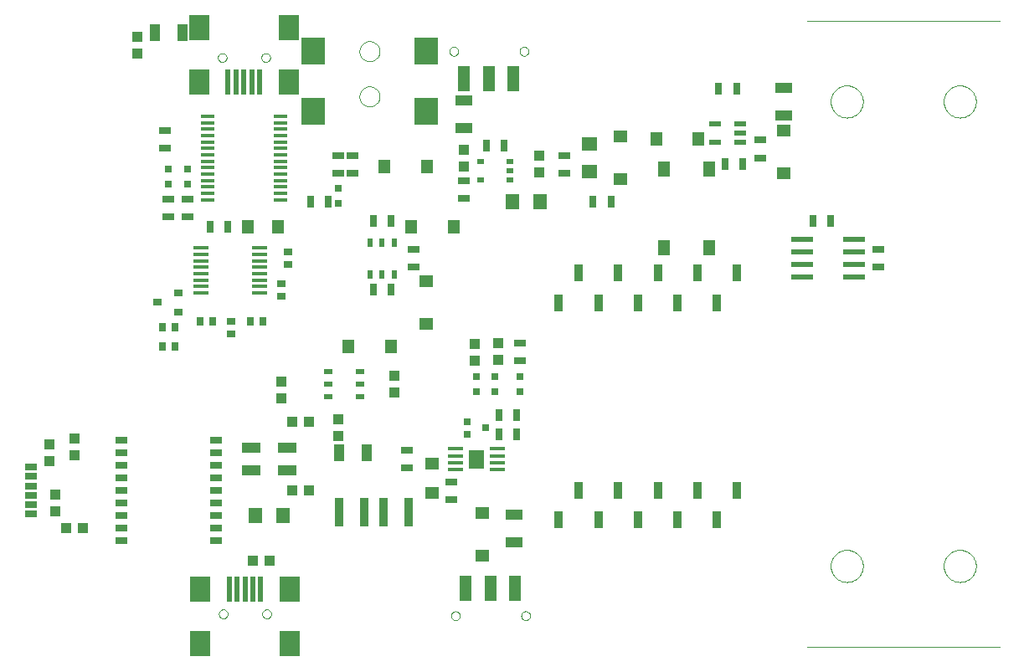
<source format=gtp>
G75*
G70*
%OFA0B0*%
%FSLAX24Y24*%
%IPPOS*%
%LPD*%
%AMOC8*
5,1,8,0,0,1.08239X$1,22.5*
%
%ADD10R,0.0945X0.1102*%
%ADD11C,0.0000*%
%ADD12R,0.0500X0.0579*%
%ADD13R,0.0551X0.0630*%
%ADD14R,0.0630X0.0551*%
%ADD15R,0.0472X0.0315*%
%ADD16R,0.0315X0.0472*%
%ADD17R,0.0709X0.0394*%
%ADD18R,0.0197X0.0984*%
%ADD19R,0.0787X0.0984*%
%ADD20R,0.0394X0.0433*%
%ADD21R,0.0394X0.0709*%
%ADD22R,0.0579X0.0500*%
%ADD23R,0.0374X0.0236*%
%ADD24R,0.0354X0.1181*%
%ADD25R,0.0433X0.0394*%
%ADD26R,0.0472X0.0984*%
%ADD27R,0.0354X0.0276*%
%ADD28R,0.0276X0.0354*%
%ADD29R,0.0256X0.0197*%
%ADD30R,0.0630X0.0157*%
%ADD31R,0.0618X0.0744*%
%ADD32R,0.0551X0.0472*%
%ADD33R,0.0276X0.0276*%
%ADD34R,0.0236X0.0374*%
%ADD35R,0.0335X0.0669*%
%ADD36R,0.0550X0.0137*%
%ADD37R,0.0512X0.0610*%
%ADD38R,0.0315X0.0315*%
%ADD39R,0.0870X0.0240*%
%ADD40R,0.0472X0.0551*%
%ADD41R,0.0472X0.0217*%
%ADD42C,0.0004*%
%ADD43R,0.0450X0.0300*%
%ADD44R,0.0500X0.0252*%
%ADD45R,0.0748X0.0433*%
%ADD46R,0.0354X0.0315*%
D10*
X014686Y039848D03*
X014686Y042250D03*
X019174Y042250D03*
X019174Y039848D03*
D11*
X020105Y042250D02*
X020107Y042276D01*
X020113Y042302D01*
X020123Y042327D01*
X020136Y042350D01*
X020152Y042370D01*
X020172Y042388D01*
X020194Y042403D01*
X020217Y042415D01*
X020243Y042423D01*
X020269Y042427D01*
X020295Y042427D01*
X020321Y042423D01*
X020347Y042415D01*
X020371Y042403D01*
X020392Y042388D01*
X020412Y042370D01*
X020428Y042350D01*
X020441Y042327D01*
X020451Y042302D01*
X020457Y042276D01*
X020459Y042250D01*
X020457Y042224D01*
X020451Y042198D01*
X020441Y042173D01*
X020428Y042150D01*
X020412Y042130D01*
X020392Y042112D01*
X020370Y042097D01*
X020347Y042085D01*
X020321Y042077D01*
X020295Y042073D01*
X020269Y042073D01*
X020243Y042077D01*
X020217Y042085D01*
X020193Y042097D01*
X020172Y042112D01*
X020152Y042130D01*
X020136Y042150D01*
X020123Y042173D01*
X020113Y042198D01*
X020107Y042224D01*
X020105Y042250D01*
X022901Y042250D02*
X022903Y042276D01*
X022909Y042302D01*
X022919Y042327D01*
X022932Y042350D01*
X022948Y042370D01*
X022968Y042388D01*
X022990Y042403D01*
X023013Y042415D01*
X023039Y042423D01*
X023065Y042427D01*
X023091Y042427D01*
X023117Y042423D01*
X023143Y042415D01*
X023167Y042403D01*
X023188Y042388D01*
X023208Y042370D01*
X023224Y042350D01*
X023237Y042327D01*
X023247Y042302D01*
X023253Y042276D01*
X023255Y042250D01*
X023253Y042224D01*
X023247Y042198D01*
X023237Y042173D01*
X023224Y042150D01*
X023208Y042130D01*
X023188Y042112D01*
X023166Y042097D01*
X023143Y042085D01*
X023117Y042077D01*
X023091Y042073D01*
X023065Y042073D01*
X023039Y042077D01*
X023013Y042085D01*
X022989Y042097D01*
X022968Y042112D01*
X022948Y042130D01*
X022932Y042150D01*
X022919Y042173D01*
X022909Y042198D01*
X022903Y042224D01*
X022901Y042250D01*
X016530Y042250D02*
X016532Y042290D01*
X016538Y042329D01*
X016548Y042368D01*
X016561Y042405D01*
X016579Y042441D01*
X016600Y042475D01*
X016624Y042507D01*
X016651Y042536D01*
X016681Y042563D01*
X016713Y042586D01*
X016748Y042606D01*
X016784Y042622D01*
X016822Y042635D01*
X016861Y042644D01*
X016900Y042649D01*
X016940Y042650D01*
X016980Y042647D01*
X017019Y042640D01*
X017057Y042629D01*
X017095Y042615D01*
X017130Y042596D01*
X017163Y042575D01*
X017195Y042550D01*
X017223Y042522D01*
X017249Y042492D01*
X017271Y042459D01*
X017290Y042424D01*
X017306Y042387D01*
X017318Y042349D01*
X017326Y042310D01*
X017330Y042270D01*
X017330Y042230D01*
X017326Y042190D01*
X017318Y042151D01*
X017306Y042113D01*
X017290Y042076D01*
X017271Y042041D01*
X017249Y042008D01*
X017223Y041978D01*
X017195Y041950D01*
X017163Y041925D01*
X017130Y041904D01*
X017095Y041885D01*
X017057Y041871D01*
X017019Y041860D01*
X016980Y041853D01*
X016940Y041850D01*
X016900Y041851D01*
X016861Y041856D01*
X016822Y041865D01*
X016784Y041878D01*
X016748Y041894D01*
X016713Y041914D01*
X016681Y041937D01*
X016651Y041964D01*
X016624Y041993D01*
X016600Y042025D01*
X016579Y042059D01*
X016561Y042095D01*
X016548Y042132D01*
X016538Y042171D01*
X016532Y042210D01*
X016530Y042250D01*
X016530Y040450D02*
X016532Y040490D01*
X016538Y040529D01*
X016548Y040568D01*
X016561Y040605D01*
X016579Y040641D01*
X016600Y040675D01*
X016624Y040707D01*
X016651Y040736D01*
X016681Y040763D01*
X016713Y040786D01*
X016748Y040806D01*
X016784Y040822D01*
X016822Y040835D01*
X016861Y040844D01*
X016900Y040849D01*
X016940Y040850D01*
X016980Y040847D01*
X017019Y040840D01*
X017057Y040829D01*
X017095Y040815D01*
X017130Y040796D01*
X017163Y040775D01*
X017195Y040750D01*
X017223Y040722D01*
X017249Y040692D01*
X017271Y040659D01*
X017290Y040624D01*
X017306Y040587D01*
X017318Y040549D01*
X017326Y040510D01*
X017330Y040470D01*
X017330Y040430D01*
X017326Y040390D01*
X017318Y040351D01*
X017306Y040313D01*
X017290Y040276D01*
X017271Y040241D01*
X017249Y040208D01*
X017223Y040178D01*
X017195Y040150D01*
X017163Y040125D01*
X017130Y040104D01*
X017095Y040085D01*
X017057Y040071D01*
X017019Y040060D01*
X016980Y040053D01*
X016940Y040050D01*
X016900Y040051D01*
X016861Y040056D01*
X016822Y040065D01*
X016784Y040078D01*
X016748Y040094D01*
X016713Y040114D01*
X016681Y040137D01*
X016651Y040164D01*
X016624Y040193D01*
X016600Y040225D01*
X016579Y040259D01*
X016561Y040295D01*
X016548Y040332D01*
X016538Y040371D01*
X016532Y040410D01*
X016530Y040450D01*
X012619Y042000D02*
X012621Y042026D01*
X012627Y042052D01*
X012637Y042077D01*
X012650Y042100D01*
X012666Y042120D01*
X012686Y042138D01*
X012708Y042153D01*
X012731Y042165D01*
X012757Y042173D01*
X012783Y042177D01*
X012809Y042177D01*
X012835Y042173D01*
X012861Y042165D01*
X012885Y042153D01*
X012906Y042138D01*
X012926Y042120D01*
X012942Y042100D01*
X012955Y042077D01*
X012965Y042052D01*
X012971Y042026D01*
X012973Y042000D01*
X012971Y041974D01*
X012965Y041948D01*
X012955Y041923D01*
X012942Y041900D01*
X012926Y041880D01*
X012906Y041862D01*
X012884Y041847D01*
X012861Y041835D01*
X012835Y041827D01*
X012809Y041823D01*
X012783Y041823D01*
X012757Y041827D01*
X012731Y041835D01*
X012707Y041847D01*
X012686Y041862D01*
X012666Y041880D01*
X012650Y041900D01*
X012637Y041923D01*
X012627Y041948D01*
X012621Y041974D01*
X012619Y042000D01*
X010887Y042000D02*
X010889Y042026D01*
X010895Y042052D01*
X010905Y042077D01*
X010918Y042100D01*
X010934Y042120D01*
X010954Y042138D01*
X010976Y042153D01*
X010999Y042165D01*
X011025Y042173D01*
X011051Y042177D01*
X011077Y042177D01*
X011103Y042173D01*
X011129Y042165D01*
X011153Y042153D01*
X011174Y042138D01*
X011194Y042120D01*
X011210Y042100D01*
X011223Y042077D01*
X011233Y042052D01*
X011239Y042026D01*
X011241Y042000D01*
X011239Y041974D01*
X011233Y041948D01*
X011223Y041923D01*
X011210Y041900D01*
X011194Y041880D01*
X011174Y041862D01*
X011152Y041847D01*
X011129Y041835D01*
X011103Y041827D01*
X011077Y041823D01*
X011051Y041823D01*
X011025Y041827D01*
X010999Y041835D01*
X010975Y041847D01*
X010954Y041862D01*
X010934Y041880D01*
X010918Y041900D01*
X010905Y041923D01*
X010895Y041948D01*
X010889Y041974D01*
X010887Y042000D01*
X010926Y019839D02*
X010928Y019865D01*
X010934Y019891D01*
X010944Y019916D01*
X010957Y019939D01*
X010973Y019959D01*
X010993Y019977D01*
X011015Y019992D01*
X011038Y020004D01*
X011064Y020012D01*
X011090Y020016D01*
X011116Y020016D01*
X011142Y020012D01*
X011168Y020004D01*
X011192Y019992D01*
X011213Y019977D01*
X011233Y019959D01*
X011249Y019939D01*
X011262Y019916D01*
X011272Y019891D01*
X011278Y019865D01*
X011280Y019839D01*
X011278Y019813D01*
X011272Y019787D01*
X011262Y019762D01*
X011249Y019739D01*
X011233Y019719D01*
X011213Y019701D01*
X011191Y019686D01*
X011168Y019674D01*
X011142Y019666D01*
X011116Y019662D01*
X011090Y019662D01*
X011064Y019666D01*
X011038Y019674D01*
X011014Y019686D01*
X010993Y019701D01*
X010973Y019719D01*
X010957Y019739D01*
X010944Y019762D01*
X010934Y019787D01*
X010928Y019813D01*
X010926Y019839D01*
X012659Y019839D02*
X012661Y019865D01*
X012667Y019891D01*
X012677Y019916D01*
X012690Y019939D01*
X012706Y019959D01*
X012726Y019977D01*
X012748Y019992D01*
X012771Y020004D01*
X012797Y020012D01*
X012823Y020016D01*
X012849Y020016D01*
X012875Y020012D01*
X012901Y020004D01*
X012925Y019992D01*
X012946Y019977D01*
X012966Y019959D01*
X012982Y019939D01*
X012995Y019916D01*
X013005Y019891D01*
X013011Y019865D01*
X013013Y019839D01*
X013011Y019813D01*
X013005Y019787D01*
X012995Y019762D01*
X012982Y019739D01*
X012966Y019719D01*
X012946Y019701D01*
X012924Y019686D01*
X012901Y019674D01*
X012875Y019666D01*
X012849Y019662D01*
X012823Y019662D01*
X012797Y019666D01*
X012771Y019674D01*
X012747Y019686D01*
X012726Y019701D01*
X012706Y019719D01*
X012690Y019739D01*
X012677Y019762D01*
X012667Y019787D01*
X012661Y019813D01*
X012659Y019839D01*
X020170Y019770D02*
X020172Y019796D01*
X020178Y019822D01*
X020188Y019847D01*
X020201Y019870D01*
X020217Y019890D01*
X020237Y019908D01*
X020259Y019923D01*
X020282Y019935D01*
X020308Y019943D01*
X020334Y019947D01*
X020360Y019947D01*
X020386Y019943D01*
X020412Y019935D01*
X020436Y019923D01*
X020457Y019908D01*
X020477Y019890D01*
X020493Y019870D01*
X020506Y019847D01*
X020516Y019822D01*
X020522Y019796D01*
X020524Y019770D01*
X020522Y019744D01*
X020516Y019718D01*
X020506Y019693D01*
X020493Y019670D01*
X020477Y019650D01*
X020457Y019632D01*
X020435Y019617D01*
X020412Y019605D01*
X020386Y019597D01*
X020360Y019593D01*
X020334Y019593D01*
X020308Y019597D01*
X020282Y019605D01*
X020258Y019617D01*
X020237Y019632D01*
X020217Y019650D01*
X020201Y019670D01*
X020188Y019693D01*
X020178Y019718D01*
X020172Y019744D01*
X020170Y019770D01*
X022966Y019770D02*
X022968Y019796D01*
X022974Y019822D01*
X022984Y019847D01*
X022997Y019870D01*
X023013Y019890D01*
X023033Y019908D01*
X023055Y019923D01*
X023078Y019935D01*
X023104Y019943D01*
X023130Y019947D01*
X023156Y019947D01*
X023182Y019943D01*
X023208Y019935D01*
X023232Y019923D01*
X023253Y019908D01*
X023273Y019890D01*
X023289Y019870D01*
X023302Y019847D01*
X023312Y019822D01*
X023318Y019796D01*
X023320Y019770D01*
X023318Y019744D01*
X023312Y019718D01*
X023302Y019693D01*
X023289Y019670D01*
X023273Y019650D01*
X023253Y019632D01*
X023231Y019617D01*
X023208Y019605D01*
X023182Y019597D01*
X023156Y019593D01*
X023130Y019593D01*
X023104Y019597D01*
X023078Y019605D01*
X023054Y019617D01*
X023033Y019632D01*
X023013Y019650D01*
X022997Y019670D01*
X022984Y019693D01*
X022974Y019718D01*
X022968Y019744D01*
X022966Y019770D01*
X035290Y021750D02*
X035292Y021800D01*
X035298Y021850D01*
X035308Y021899D01*
X035321Y021948D01*
X035339Y021995D01*
X035360Y022041D01*
X035384Y022084D01*
X035412Y022126D01*
X035443Y022166D01*
X035477Y022203D01*
X035514Y022237D01*
X035554Y022268D01*
X035596Y022296D01*
X035639Y022320D01*
X035685Y022341D01*
X035732Y022359D01*
X035781Y022372D01*
X035830Y022382D01*
X035880Y022388D01*
X035930Y022390D01*
X035980Y022388D01*
X036030Y022382D01*
X036079Y022372D01*
X036128Y022359D01*
X036175Y022341D01*
X036221Y022320D01*
X036264Y022296D01*
X036306Y022268D01*
X036346Y022237D01*
X036383Y022203D01*
X036417Y022166D01*
X036448Y022126D01*
X036476Y022084D01*
X036500Y022041D01*
X036521Y021995D01*
X036539Y021948D01*
X036552Y021899D01*
X036562Y021850D01*
X036568Y021800D01*
X036570Y021750D01*
X036568Y021700D01*
X036562Y021650D01*
X036552Y021601D01*
X036539Y021552D01*
X036521Y021505D01*
X036500Y021459D01*
X036476Y021416D01*
X036448Y021374D01*
X036417Y021334D01*
X036383Y021297D01*
X036346Y021263D01*
X036306Y021232D01*
X036264Y021204D01*
X036221Y021180D01*
X036175Y021159D01*
X036128Y021141D01*
X036079Y021128D01*
X036030Y021118D01*
X035980Y021112D01*
X035930Y021110D01*
X035880Y021112D01*
X035830Y021118D01*
X035781Y021128D01*
X035732Y021141D01*
X035685Y021159D01*
X035639Y021180D01*
X035596Y021204D01*
X035554Y021232D01*
X035514Y021263D01*
X035477Y021297D01*
X035443Y021334D01*
X035412Y021374D01*
X035384Y021416D01*
X035360Y021459D01*
X035339Y021505D01*
X035321Y021552D01*
X035308Y021601D01*
X035298Y021650D01*
X035292Y021700D01*
X035290Y021750D01*
X039790Y021750D02*
X039792Y021800D01*
X039798Y021850D01*
X039808Y021899D01*
X039821Y021948D01*
X039839Y021995D01*
X039860Y022041D01*
X039884Y022084D01*
X039912Y022126D01*
X039943Y022166D01*
X039977Y022203D01*
X040014Y022237D01*
X040054Y022268D01*
X040096Y022296D01*
X040139Y022320D01*
X040185Y022341D01*
X040232Y022359D01*
X040281Y022372D01*
X040330Y022382D01*
X040380Y022388D01*
X040430Y022390D01*
X040480Y022388D01*
X040530Y022382D01*
X040579Y022372D01*
X040628Y022359D01*
X040675Y022341D01*
X040721Y022320D01*
X040764Y022296D01*
X040806Y022268D01*
X040846Y022237D01*
X040883Y022203D01*
X040917Y022166D01*
X040948Y022126D01*
X040976Y022084D01*
X041000Y022041D01*
X041021Y021995D01*
X041039Y021948D01*
X041052Y021899D01*
X041062Y021850D01*
X041068Y021800D01*
X041070Y021750D01*
X041068Y021700D01*
X041062Y021650D01*
X041052Y021601D01*
X041039Y021552D01*
X041021Y021505D01*
X041000Y021459D01*
X040976Y021416D01*
X040948Y021374D01*
X040917Y021334D01*
X040883Y021297D01*
X040846Y021263D01*
X040806Y021232D01*
X040764Y021204D01*
X040721Y021180D01*
X040675Y021159D01*
X040628Y021141D01*
X040579Y021128D01*
X040530Y021118D01*
X040480Y021112D01*
X040430Y021110D01*
X040380Y021112D01*
X040330Y021118D01*
X040281Y021128D01*
X040232Y021141D01*
X040185Y021159D01*
X040139Y021180D01*
X040096Y021204D01*
X040054Y021232D01*
X040014Y021263D01*
X039977Y021297D01*
X039943Y021334D01*
X039912Y021374D01*
X039884Y021416D01*
X039860Y021459D01*
X039839Y021505D01*
X039821Y021552D01*
X039808Y021601D01*
X039798Y021650D01*
X039792Y021700D01*
X039790Y021750D01*
X039790Y040250D02*
X039792Y040300D01*
X039798Y040350D01*
X039808Y040399D01*
X039821Y040448D01*
X039839Y040495D01*
X039860Y040541D01*
X039884Y040584D01*
X039912Y040626D01*
X039943Y040666D01*
X039977Y040703D01*
X040014Y040737D01*
X040054Y040768D01*
X040096Y040796D01*
X040139Y040820D01*
X040185Y040841D01*
X040232Y040859D01*
X040281Y040872D01*
X040330Y040882D01*
X040380Y040888D01*
X040430Y040890D01*
X040480Y040888D01*
X040530Y040882D01*
X040579Y040872D01*
X040628Y040859D01*
X040675Y040841D01*
X040721Y040820D01*
X040764Y040796D01*
X040806Y040768D01*
X040846Y040737D01*
X040883Y040703D01*
X040917Y040666D01*
X040948Y040626D01*
X040976Y040584D01*
X041000Y040541D01*
X041021Y040495D01*
X041039Y040448D01*
X041052Y040399D01*
X041062Y040350D01*
X041068Y040300D01*
X041070Y040250D01*
X041068Y040200D01*
X041062Y040150D01*
X041052Y040101D01*
X041039Y040052D01*
X041021Y040005D01*
X041000Y039959D01*
X040976Y039916D01*
X040948Y039874D01*
X040917Y039834D01*
X040883Y039797D01*
X040846Y039763D01*
X040806Y039732D01*
X040764Y039704D01*
X040721Y039680D01*
X040675Y039659D01*
X040628Y039641D01*
X040579Y039628D01*
X040530Y039618D01*
X040480Y039612D01*
X040430Y039610D01*
X040380Y039612D01*
X040330Y039618D01*
X040281Y039628D01*
X040232Y039641D01*
X040185Y039659D01*
X040139Y039680D01*
X040096Y039704D01*
X040054Y039732D01*
X040014Y039763D01*
X039977Y039797D01*
X039943Y039834D01*
X039912Y039874D01*
X039884Y039916D01*
X039860Y039959D01*
X039839Y040005D01*
X039821Y040052D01*
X039808Y040101D01*
X039798Y040150D01*
X039792Y040200D01*
X039790Y040250D01*
X035290Y040250D02*
X035292Y040300D01*
X035298Y040350D01*
X035308Y040399D01*
X035321Y040448D01*
X035339Y040495D01*
X035360Y040541D01*
X035384Y040584D01*
X035412Y040626D01*
X035443Y040666D01*
X035477Y040703D01*
X035514Y040737D01*
X035554Y040768D01*
X035596Y040796D01*
X035639Y040820D01*
X035685Y040841D01*
X035732Y040859D01*
X035781Y040872D01*
X035830Y040882D01*
X035880Y040888D01*
X035930Y040890D01*
X035980Y040888D01*
X036030Y040882D01*
X036079Y040872D01*
X036128Y040859D01*
X036175Y040841D01*
X036221Y040820D01*
X036264Y040796D01*
X036306Y040768D01*
X036346Y040737D01*
X036383Y040703D01*
X036417Y040666D01*
X036448Y040626D01*
X036476Y040584D01*
X036500Y040541D01*
X036521Y040495D01*
X036539Y040448D01*
X036552Y040399D01*
X036562Y040350D01*
X036568Y040300D01*
X036570Y040250D01*
X036568Y040200D01*
X036562Y040150D01*
X036552Y040101D01*
X036539Y040052D01*
X036521Y040005D01*
X036500Y039959D01*
X036476Y039916D01*
X036448Y039874D01*
X036417Y039834D01*
X036383Y039797D01*
X036346Y039763D01*
X036306Y039732D01*
X036264Y039704D01*
X036221Y039680D01*
X036175Y039659D01*
X036128Y039641D01*
X036079Y039628D01*
X036030Y039618D01*
X035980Y039612D01*
X035930Y039610D01*
X035880Y039612D01*
X035830Y039618D01*
X035781Y039628D01*
X035732Y039641D01*
X035685Y039659D01*
X035639Y039680D01*
X035596Y039704D01*
X035554Y039732D01*
X035514Y039763D01*
X035477Y039797D01*
X035443Y039834D01*
X035412Y039874D01*
X035384Y039916D01*
X035360Y039959D01*
X035339Y040005D01*
X035321Y040052D01*
X035308Y040101D01*
X035298Y040150D01*
X035292Y040200D01*
X035290Y040250D01*
D12*
X030026Y038750D03*
X028334Y038750D03*
X020276Y035250D03*
X018584Y035250D03*
X019219Y037656D03*
X017526Y037656D03*
X017776Y030500D03*
X016084Y030500D03*
D13*
X022629Y036250D03*
X023731Y036250D03*
X013481Y023750D03*
X012379Y023750D03*
D14*
X025680Y037449D03*
X025680Y038551D03*
D15*
X024680Y038104D03*
X024680Y037396D03*
X020680Y037104D03*
X020680Y036396D03*
X018680Y034354D03*
X018680Y033646D03*
X016239Y037396D03*
X015680Y037396D03*
X015680Y038104D03*
X016239Y038104D03*
X009680Y036354D03*
X009680Y035646D03*
X008930Y035646D03*
X008930Y036354D03*
X008798Y038396D03*
X008798Y039104D03*
X018430Y026354D03*
X018430Y025646D03*
X020180Y025104D03*
X020180Y024396D03*
X022930Y029917D03*
X022930Y030626D03*
X032475Y038002D03*
X032475Y038711D03*
X037180Y034354D03*
X037180Y033646D03*
D16*
X035284Y035500D03*
X034576Y035500D03*
X031784Y037750D03*
X031076Y037750D03*
X030826Y040750D03*
X031534Y040750D03*
X026534Y036250D03*
X025826Y036250D03*
X022284Y038500D03*
X021576Y038500D03*
X017784Y035500D03*
X017076Y035500D03*
X015284Y036250D03*
X014576Y036250D03*
X011284Y035250D03*
X010576Y035250D03*
X017076Y032750D03*
X017784Y032750D03*
X022076Y027750D03*
X022784Y027750D03*
X022784Y027000D03*
X022076Y027000D03*
D17*
X022680Y023801D03*
X022680Y022699D03*
X020680Y039199D03*
X020680Y040301D03*
X033430Y040801D03*
X033430Y039699D03*
D18*
X012560Y041016D03*
X012245Y041016D03*
X011930Y041016D03*
X011615Y041016D03*
X011300Y041016D03*
X011339Y020823D03*
X011654Y020823D03*
X011969Y020823D03*
X012284Y020823D03*
X012599Y020823D03*
D19*
X010198Y018657D03*
X010198Y020823D03*
X013741Y020823D03*
X013741Y018657D03*
X013702Y041016D03*
X013702Y043181D03*
X010158Y043181D03*
X010158Y041016D03*
D20*
X007680Y042165D03*
X007680Y042835D03*
X020680Y038335D03*
X020680Y037665D03*
X023680Y037415D03*
X023680Y038085D03*
X022034Y030614D03*
X022034Y029945D03*
X021107Y029935D03*
X021107Y030604D03*
X017930Y029335D03*
X017930Y028665D03*
X015680Y027585D03*
X015680Y026915D03*
X013430Y028415D03*
X013430Y029085D03*
X005180Y026835D03*
X005180Y026165D03*
X004180Y025915D03*
X004180Y026585D03*
X004430Y024585D03*
X004430Y023915D03*
D21*
X015721Y026250D03*
X016824Y026250D03*
X009481Y043000D03*
X008379Y043000D03*
D22*
X019180Y033096D03*
X019180Y031404D03*
X021430Y023846D03*
X021430Y022154D03*
X026930Y037154D03*
X026930Y038846D03*
X033430Y039096D03*
X033430Y037404D03*
D23*
X016560Y029492D03*
X016560Y029000D03*
X016560Y028508D03*
X015300Y028508D03*
X015300Y029000D03*
X015300Y029492D03*
D24*
X015723Y023879D03*
X016708Y023879D03*
X017495Y023879D03*
X018479Y023879D03*
D25*
X014515Y024750D03*
X013845Y024750D03*
X012942Y021945D03*
X012273Y021945D03*
X013845Y027500D03*
X014515Y027500D03*
X005515Y023250D03*
X004845Y023250D03*
D26*
X020761Y020852D03*
X021745Y020852D03*
X022729Y020852D03*
X022664Y041167D03*
X021680Y041167D03*
X020696Y041167D03*
D27*
X013680Y034256D03*
X013680Y033744D03*
X013430Y033006D03*
X013430Y032494D03*
X011430Y031506D03*
X011430Y030994D03*
D28*
X012174Y031500D03*
X012686Y031500D03*
X010686Y031500D03*
X010174Y031500D03*
X009186Y031250D03*
X008674Y031250D03*
X008674Y030500D03*
X009186Y030500D03*
D29*
X021339Y037126D03*
X021339Y037874D03*
X022521Y037874D03*
X022521Y037500D03*
X022521Y037126D03*
D30*
X012552Y034415D03*
X012552Y034159D03*
X012552Y033904D03*
X012552Y033648D03*
X012552Y033392D03*
X012552Y033136D03*
X012552Y032880D03*
X012552Y032624D03*
X010229Y032624D03*
X010229Y032880D03*
X010229Y033136D03*
X010229Y033392D03*
X010229Y033648D03*
X010229Y033904D03*
X010229Y034159D03*
X010229Y034415D03*
X020353Y026413D03*
X020353Y026138D03*
X020353Y025862D03*
X020353Y025587D03*
X022007Y025587D03*
X022007Y025862D03*
X022007Y026138D03*
X022007Y026413D03*
D31*
X021180Y026000D03*
D32*
X019430Y025841D03*
X019430Y024659D03*
D33*
X020816Y026994D03*
X020816Y027506D03*
X021544Y027250D03*
D34*
X017922Y033370D03*
X017430Y033370D03*
X016938Y033370D03*
X016938Y034630D03*
X017430Y034630D03*
X017922Y034630D03*
D35*
X024467Y032240D03*
X025255Y033421D03*
X026042Y032240D03*
X026830Y033421D03*
X027617Y032240D03*
X028404Y033421D03*
X029192Y032240D03*
X029979Y033421D03*
X030767Y032240D03*
X031554Y033421D03*
X031554Y024760D03*
X030767Y023579D03*
X029979Y024760D03*
X029192Y023579D03*
X028404Y024760D03*
X027617Y023579D03*
X026830Y024760D03*
X026042Y023579D03*
X025255Y024760D03*
X024467Y023579D03*
D36*
X013369Y036337D03*
X013369Y036593D03*
X013369Y036848D03*
X013369Y037104D03*
X013369Y037360D03*
X013369Y037616D03*
X013369Y037872D03*
X013369Y038128D03*
X013369Y038384D03*
X013369Y038640D03*
X013369Y038896D03*
X013369Y039152D03*
X013369Y039407D03*
X013369Y039663D03*
X010491Y039663D03*
X010491Y039407D03*
X010491Y039152D03*
X010491Y038896D03*
X010491Y038640D03*
X010491Y038384D03*
X010491Y038128D03*
X010491Y037872D03*
X010491Y037616D03*
X010491Y037360D03*
X010491Y037104D03*
X010491Y036848D03*
X010491Y036593D03*
X010491Y036337D03*
D37*
X028662Y037565D03*
X030434Y037565D03*
X030434Y034435D03*
X028662Y034435D03*
D38*
X022930Y029295D03*
X022930Y028705D03*
X021930Y028705D03*
X021930Y029295D03*
X021180Y029295D03*
X021180Y028705D03*
X015680Y036205D03*
X015680Y036795D03*
X009680Y036955D03*
X009680Y037545D03*
X008930Y037545D03*
X008930Y036955D03*
D39*
X034150Y034750D03*
X034150Y034250D03*
X034150Y033750D03*
X034150Y033250D03*
X036210Y033250D03*
X036210Y033750D03*
X036210Y034250D03*
X036210Y034750D03*
D40*
X013271Y035250D03*
X012089Y035250D03*
D41*
X030668Y038626D03*
X030668Y039374D03*
X031692Y039374D03*
X031692Y039000D03*
X031692Y038626D03*
D42*
X034355Y043470D02*
X042005Y043470D01*
X042005Y018530D02*
X034355Y018530D01*
D43*
X010815Y022750D03*
X010815Y023250D03*
X010815Y023750D03*
X010815Y024250D03*
X010815Y024750D03*
X010815Y025250D03*
X010815Y025750D03*
X010815Y026250D03*
X010815Y026750D03*
X007045Y026750D03*
X007045Y026250D03*
X007045Y025750D03*
X007045Y025250D03*
X007045Y024750D03*
X007045Y024250D03*
X007045Y023750D03*
X007045Y023250D03*
X007045Y022750D03*
D44*
X003438Y023817D03*
X003438Y024191D03*
X003438Y024565D03*
X003438Y024939D03*
X003438Y025313D03*
X003438Y025687D03*
D45*
X012202Y025547D03*
X012202Y026453D03*
X013658Y026453D03*
X013658Y025547D03*
D46*
X009324Y031876D03*
X009324Y032624D03*
X008497Y032250D03*
M02*

</source>
